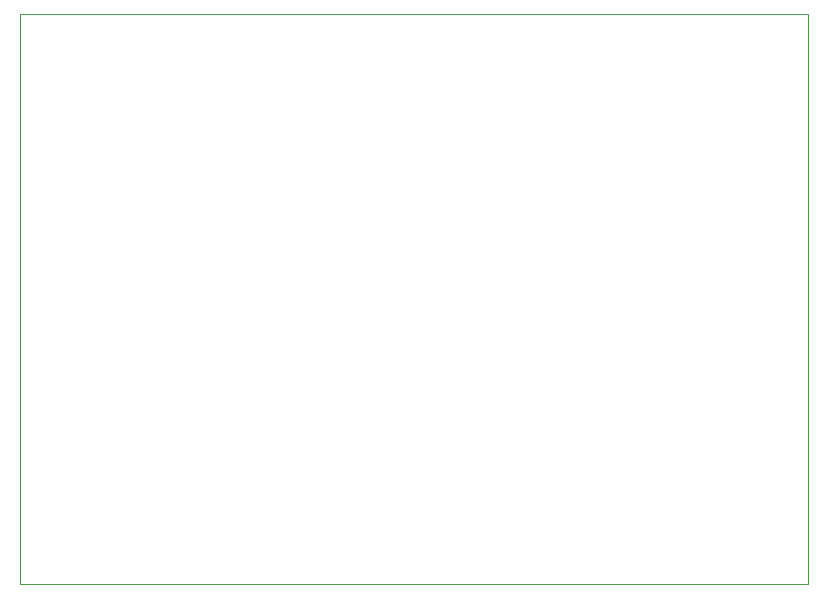
<source format=gm1>
G04 #@! TF.GenerationSoftware,KiCad,Pcbnew,(5.1.9)-1*
G04 #@! TF.CreationDate,2021-06-01T19:36:45+03:00*
G04 #@! TF.ProjectId,ESP-RGBW-3S,4553502d-5247-4425-972d-33532e6b6963,0.4*
G04 #@! TF.SameCoordinates,Original*
G04 #@! TF.FileFunction,Profile,NP*
%FSLAX46Y46*%
G04 Gerber Fmt 4.6, Leading zero omitted, Abs format (unit mm)*
G04 Created by KiCad (PCBNEW (5.1.9)-1) date 2021-06-01 19:36:45*
%MOMM*%
%LPD*%
G01*
G04 APERTURE LIST*
G04 #@! TA.AperFunction,Profile*
%ADD10C,0.050000*%
G04 #@! TD*
G04 APERTURE END LIST*
D10*
X19050000Y-73025000D02*
X19050000Y-73660000D01*
X85725000Y-73025000D02*
X85725000Y-73660000D01*
X85725000Y-25400000D02*
X77470000Y-25400000D01*
X77470000Y-73660000D02*
X85725000Y-73660000D01*
X85725000Y-25400000D02*
X85725000Y-73025000D01*
X19050000Y-73660000D02*
X77470000Y-73660000D01*
X77470000Y-25400000D02*
X19050000Y-25400000D01*
X19050000Y-73025000D02*
X19050000Y-25400000D01*
M02*

</source>
